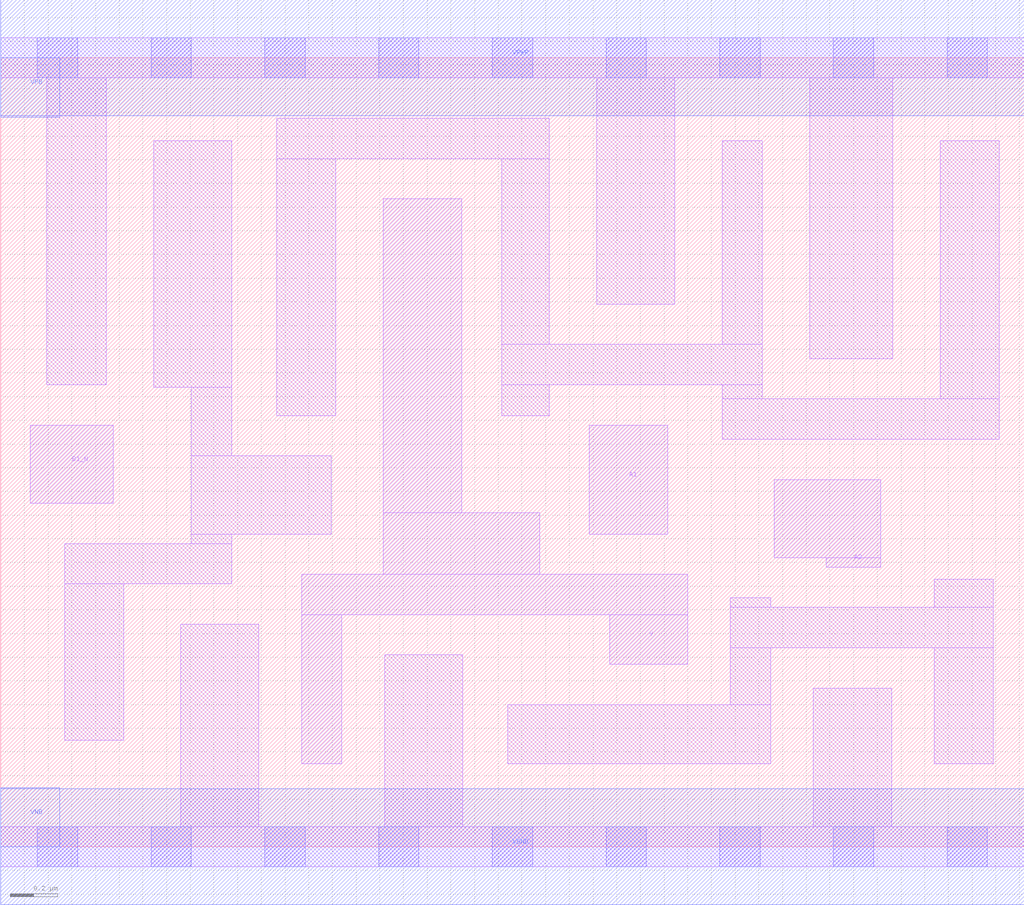
<source format=lef>
# Copyright 2020 The SkyWater PDK Authors
#
# Licensed under the Apache License, Version 2.0 (the "License");
# you may not use this file except in compliance with the License.
# You may obtain a copy of the License at
#
#     https://www.apache.org/licenses/LICENSE-2.0
#
# Unless required by applicable law or agreed to in writing, software
# distributed under the License is distributed on an "AS IS" BASIS,
# WITHOUT WARRANTIES OR CONDITIONS OF ANY KIND, either express or implied.
# See the License for the specific language governing permissions and
# limitations under the License.
#
# SPDX-License-Identifier: Apache-2.0

VERSION 5.5 ;
NAMESCASESENSITIVE ON ;
BUSBITCHARS "[]" ;
DIVIDERCHAR "/" ;
MACRO sky130_fd_sc_ms__a21boi_2
  CLASS CORE ;
  SOURCE USER ;
  ORIGIN  0.000000  0.000000 ;
  SIZE  4.320000 BY  3.330000 ;
  SYMMETRY X Y ;
  SITE unit ;
  PIN A1
    ANTENNAGATEAREA  0.558000 ;
    DIRECTION INPUT ;
    USE SIGNAL ;
    PORT
      LAYER li1 ;
        RECT 2.485000 1.320000 2.815000 1.780000 ;
    END
  END A1
  PIN A2
    ANTENNAGATEAREA  0.558000 ;
    DIRECTION INPUT ;
    USE SIGNAL ;
    PORT
      LAYER li1 ;
        RECT 3.265000 1.220000 3.715000 1.550000 ;
        RECT 3.485000 1.180000 3.715000 1.220000 ;
    END
  END A2
  PIN B1_N
    ANTENNAGATEAREA  0.246000 ;
    DIRECTION INPUT ;
    USE SIGNAL ;
    PORT
      LAYER li1 ;
        RECT 0.125000 1.450000 0.475000 1.780000 ;
    END
  END B1_N
  PIN Y
    ANTENNADIFFAREA  0.750400 ;
    DIRECTION OUTPUT ;
    USE SIGNAL ;
    PORT
      LAYER li1 ;
        RECT 1.270000 0.350000 1.440000 0.980000 ;
        RECT 1.270000 0.980000 2.900000 1.150000 ;
        RECT 1.615000 1.150000 2.275000 1.410000 ;
        RECT 1.615000 1.410000 1.945000 2.735000 ;
        RECT 2.570000 0.770000 2.900000 0.980000 ;
    END
  END Y
  PIN VGND
    DIRECTION INOUT ;
    USE GROUND ;
    PORT
      LAYER met1 ;
        RECT 0.000000 -0.245000 4.320000 0.245000 ;
    END
  END VGND
  PIN VNB
    DIRECTION INOUT ;
    USE GROUND ;
    PORT
    END
  END VNB
  PIN VPB
    DIRECTION INOUT ;
    USE POWER ;
    PORT
    END
  END VPB
  PIN VNB
    DIRECTION INOUT ;
    USE GROUND ;
    PORT
      LAYER met1 ;
        RECT 0.000000 0.000000 0.250000 0.250000 ;
    END
  END VNB
  PIN VPB
    DIRECTION INOUT ;
    USE POWER ;
    PORT
      LAYER met1 ;
        RECT 0.000000 3.080000 0.250000 3.330000 ;
    END
  END VPB
  PIN VPWR
    DIRECTION INOUT ;
    USE POWER ;
    PORT
      LAYER met1 ;
        RECT 0.000000 3.085000 4.320000 3.575000 ;
    END
  END VPWR
  OBS
    LAYER li1 ;
      RECT 0.000000 -0.085000 4.320000 0.085000 ;
      RECT 0.000000  3.245000 4.320000 3.415000 ;
      RECT 0.195000  1.950000 0.445000 3.245000 ;
      RECT 0.270000  0.450000 0.520000 1.110000 ;
      RECT 0.270000  1.110000 0.975000 1.280000 ;
      RECT 0.645000  1.940000 0.975000 2.980000 ;
      RECT 0.760000  0.085000 1.090000 0.940000 ;
      RECT 0.805000  1.280000 0.975000 1.320000 ;
      RECT 0.805000  1.320000 1.395000 1.650000 ;
      RECT 0.805000  1.650000 0.975000 1.940000 ;
      RECT 1.165000  1.820000 1.415000 2.905000 ;
      RECT 1.165000  2.905000 2.315000 3.075000 ;
      RECT 1.620000  0.085000 1.950000 0.810000 ;
      RECT 2.115000  1.820000 2.315000 1.950000 ;
      RECT 2.115000  1.950000 3.215000 2.120000 ;
      RECT 2.115000  2.120000 2.315000 2.905000 ;
      RECT 2.140000  0.350000 3.250000 0.600000 ;
      RECT 2.515000  2.290000 2.845000 3.245000 ;
      RECT 3.045000  1.720000 4.215000 1.890000 ;
      RECT 3.045000  1.890000 3.215000 1.950000 ;
      RECT 3.045000  2.120000 3.215000 2.980000 ;
      RECT 3.080000  0.600000 3.250000 0.840000 ;
      RECT 3.080000  0.840000 4.190000 1.010000 ;
      RECT 3.080000  1.010000 3.250000 1.050000 ;
      RECT 3.415000  2.060000 3.765000 3.245000 ;
      RECT 3.430000  0.085000 3.760000 0.670000 ;
      RECT 3.940000  0.350000 4.190000 0.840000 ;
      RECT 3.940000  1.010000 4.190000 1.130000 ;
      RECT 3.965000  1.890000 4.215000 2.980000 ;
    LAYER mcon ;
      RECT 0.155000 -0.085000 0.325000 0.085000 ;
      RECT 0.155000  3.245000 0.325000 3.415000 ;
      RECT 0.635000 -0.085000 0.805000 0.085000 ;
      RECT 0.635000  3.245000 0.805000 3.415000 ;
      RECT 1.115000 -0.085000 1.285000 0.085000 ;
      RECT 1.115000  3.245000 1.285000 3.415000 ;
      RECT 1.595000 -0.085000 1.765000 0.085000 ;
      RECT 1.595000  3.245000 1.765000 3.415000 ;
      RECT 2.075000 -0.085000 2.245000 0.085000 ;
      RECT 2.075000  3.245000 2.245000 3.415000 ;
      RECT 2.555000 -0.085000 2.725000 0.085000 ;
      RECT 2.555000  3.245000 2.725000 3.415000 ;
      RECT 3.035000 -0.085000 3.205000 0.085000 ;
      RECT 3.035000  3.245000 3.205000 3.415000 ;
      RECT 3.515000 -0.085000 3.685000 0.085000 ;
      RECT 3.515000  3.245000 3.685000 3.415000 ;
      RECT 3.995000 -0.085000 4.165000 0.085000 ;
      RECT 3.995000  3.245000 4.165000 3.415000 ;
  END
END sky130_fd_sc_ms__a21boi_2
END LIBRARY

</source>
